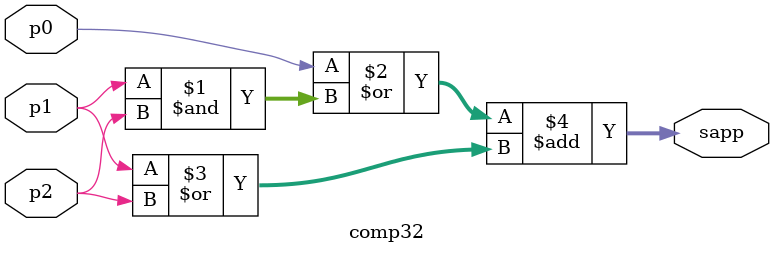
<source format=v>
module comp32(p0,p1,p2,sapp);
input p0,p1,p2;
output wire [2:0]sapp;
assign sapp = (p0|(p1&p2))+(p1|p2);
endmodule

</source>
